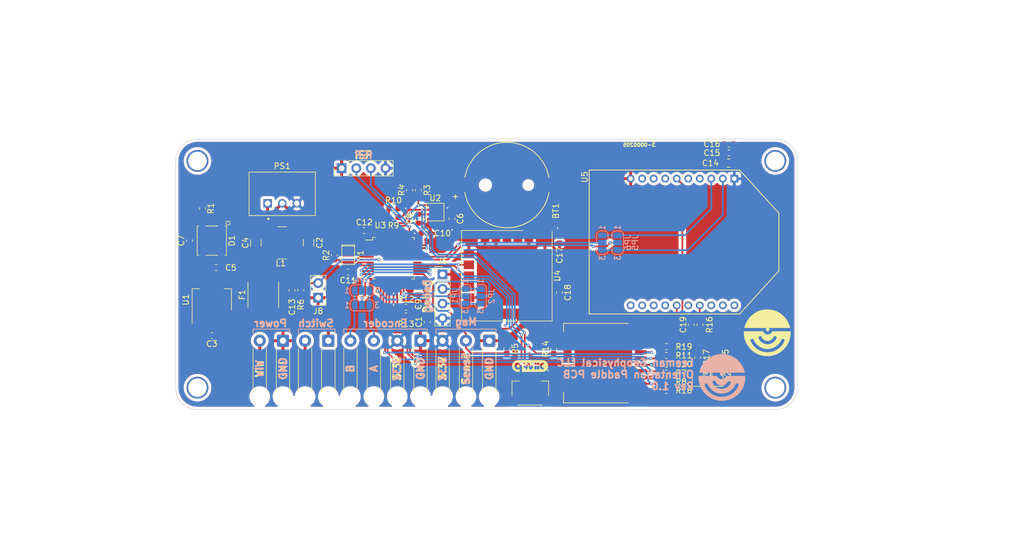
<source format=kicad_pcb>
(kicad_pcb (version 20211014) (generator pcbnew)
  (title_block (title "Orientation Paddle - NSSL EFM") (date "2024-03-22") (rev "1.0") (company "Leeman Geophysical LLC") (comment 1 "(479) 373-3736") (comment 2 "Gentry, AR 72734") (comment 3 "23830 West AR Highway 12"))
  (layers (0 "F.Cu" signal) (31 "B.Cu" signal) (34 "B.Paste" user) (35 "F.Paste" user) (36 "B.SilkS" user "B.Silkscreen") (37 "F.SilkS" user "F.Silkscreen") (38 "B.Mask" user) (39 "F.Mask" user) (44 "Edge.Cuts" user))
  (net 0 "")
  (net 1 "Net-(BT1-Pad1)")
  (net 2 "GND")
  (net 3 "+3V3")
  (net 4 "+BATT")
  (net 5 "Net-(C4-Pad1)")
  (net 6 "+5V")
  (net 7 "Reset")
  (net 8 "RESET")
  (net 9 "Net-(C19-Pad2)")
  (net 11 "Net-(D1-Pad4)")
  (net 12 "Net-(D2-Pad2)")
  (net 13 "Net-(F1-Pad1)")
  (net 14 "Encoder_A")
  (net 15 "Encoder_B")
  (net 16 "SDA")
  (net 17 "SCL")
  (net 18 "Mag_Sens")
  (net 19 "Net-(J4-Pad2)")
  (net 20 "UART3_TX")
  (net 21 "UART3_RX")
  (net 22 "SWCLK")
  (net 23 "SWDIO")
  (net 24 "Net-(J10-Pad1)")
  (net 25 "SD_CS")
  (net 26 "SPI_MOSI")
  (net 27 "SPI_SCK")
  (net 28 "SPI_MISO")
  (net 29 "Net-(J10-Pad8)")
  (net 30 "SD_CD")
  (net 31 "Net-(JP1-Pad2)")
  (net 32 "Net-(JP2-Pad2)")
  (net 33 "Net-(JP3-Pad2)")
  (net 34 "Net-(JP4-Pad2)")
  (net 35 "XBee_TX")
  (net 36 "Net-(JP5-Pad2)")
  (net 37 "XBee_RX")
  (net 38 "Net-(JP6-Pad2)")
  (net 39 "LED")
  (net 40 "Net-(R2-Pad1)")
  (net 41 "Net-(R2-Pad2)")
  (net 42 "Boot0")
  (net 43 "Boot1")
  (net 44 "Net-(R15-Pad1)")
  (net 45 "Net-(R16-Pad2)")
  (net 46 "Net-(R17-Pad1)")
  (net 51 "GPS_PPS")
  (net 52 "GPS_TX")
  (net 53 "GPS_RX")
  (net 82 "Net-(R17-Pad2)")
  (footprint "resistors_0603:1-0000010" (layer "F.Cu") (at 141.097 140.97 180)
    (fp_text reference "R7")
    (fp_text value "1-0000010")
  )
  (footprint "microcontrollers:1-0000207" (layer "F.Cu") (at 93.726 121.031)
    (fp_text reference "U3")
    (fp_text value "1-0000207")
  )
  (footprint "np_connectors:SolderWire_1x04_Relief" (layer "F.Cu") (at 92.275 133.747)
    (fp_text reference "J1" hide)
    (fp_text value "NP_Conn_01x04_Relief")
  )
  (footprint "misc:barepcb" (layer "F.Cu") (at 162.941 170.18)
    (fp_text reference "PCB1")
    (fp_text value "barepcb")
  )
  (footprint "resistors_0603:1-0000010" (layer "F.Cu") (at 98.044 109.22 -90)
    (fp_text reference "R3")
    (fp_text value "1-0000010")
  )
  (footprint "dc_dc_converters:1-0000727" (layer "F.Cu") (at 74.402 109.855)
    (fp_text reference "PS1")
    (fp_text value "1-0000727")
  )
  (footprint "resistors_0603:1-0000010" (layer "F.Cu") (at 141.097 137.922 180)
    (fp_text reference "R11")
    (fp_text value "1-0000010")
  )
  (footprint "leds_0805:1-0000599" (layer "F.Cu") (at 149.987 141.5795 90)
    (fp_text reference "D2")
    (fp_text value "1-0000599")
  )
  (footprint "np_connectors:SolderWire_1x02_Relief" (layer "F.Cu") (at 72.463 134.764)
    (fp_text reference "J4" hide)
    (fp_text value "NP_Conn_01x02_Relief")
  )
  (footprint "pcb_graphics:PCB Logo Standard" (layer "F.Cu") (at 158.623 133.985)
    (fp_text reference "G***" hide)
    (fp_text value "LOGO" hide)
  )
  (footprint "mechanical:MountingHole_imperial6" (layer "F.Cu") (at 160.02 104.14)
    (fp_text reference "H4" hide)
    (fp_text value "Imperial6")
  )
  (footprint "crystals_resonators:1-0000721" (layer "F.Cu") (at 85.852 120.523 -90)
    (fp_text reference "Y1")
    (fp_text value "1-0000721")
  )
  (footprint "resistors_0603:1-0000174" (layer "F.Cu") (at 93.726 112.395)
    (fp_text reference "R10")
    (fp_text value "1-0000174")
  )
  (footprint "np_connectors:SolderWire_1x03_Relief" (layer "F.Cu") (at 104.211 133.747)
    (fp_text reference "J3" hide)
    (fp_text value "NP_Conn_01x03_Relief")
  )
  (footprint "resistors_0603:1-0000008" (layer "F.Cu") (at 149.987 138.2775 -90)
    (fp_text reference "R15")
    (fp_text value "1-0000008")
  )
  (footprint "capacitors_0603:1-0000007" (layer "F.Cu") (at 122.555 117.602 -90)
    (fp_text reference "C17")
    (fp_text value "1-0000007")
  )
  (footprint "mechanical:MountingHole_imperial6" (layer "F.Cu") (at 59.69 143.51)
    (fp_text reference "H1" hide)
    (fp_text value "Imperial6")
  )
  (footprint "resistors_0603:1-0000174" (layer "F.Cu") (at 141.097 144.018 180)
    (fp_text reference "R18")
    (fp_text value "1-0000174")
  )
  (footprint "resistors_0603:1-0000006" (layer "F.Cu") (at 146.939 132.588 90)
    (fp_text reference "R16")
    (fp_text value "1-0000006")
  )
  (footprint "connectors:1-0000050" (layer "F.Cu") (at 143.944 118.237 -90)
    (fp_text reference "J9" hide)
    (fp_text value "1-0000050" hide)
  )
  (footprint "lib_fp:5mm qwiic logo" (layer "F.Cu") (at 117.475 139.7)
    (fp_text reference "G***" hide)
    (fp_text value "QWIIC" hide)
  )
  (footprint "resistors_0603:1-0000006" (layer "F.Cu") (at 95.885 129.54 180)
    (fp_text reference "R12")
    (fp_text value "1-0000006")
  )
  (footprint "np_connectors:PinHeader_1x04_P2.54mm_Vertical" (layer "F.Cu") (at 84.719 105.41 90)
    (fp_text reference "J7" hide)
    (fp_text value "NP_Conn_01x04")
  )
  (footprint "leds_0805:1-0000601" (layer "F.Cu") (at 146.558 141.5795 90)
    (fp_text reference "D3")
    (fp_text value "1-0000601")
  )
  (footprint "fuses:1-0001517" (layer "F.Cu") (at 71.12 127.381 90)
    (fp_text reference "F1")
    (fp_text value "1-0001517")
  )
  (footprint "capacitors_0603:1-0000007" (layer "F.Cu") (at 98.044 126.619 -90)
    (fp_text reference "C9")
    (fp_text value "1-0000007")
  )
  (footprint "resistors_0603:1-0000008" (layer "F.Cu") (at 146.558 138.2775 90)
    (fp_text reference "R17")
    (fp_text value "1-0000008")
  )
  (footprint "mechanical:Fiducial_1mm_Mask2mm" (layer "F.Cu") (at 66.04 102.87)
    (fp_text reference "FID2" hide)
    (fp_text value "Fiducial_1mm_2mm")
  )
  (footprint "capacitors_0805:1-0000075" (layer "F.Cu") (at 151.9405 104.521 180)
    (fp_text reference "C14")
    (fp_text value "1-0000075")
  )
  (footprint "capacitors_0603:1-0000007" (layer "F.Cu") (at 76.112 126.586 -90)
    (fp_text reference "C13")
    (fp_text value "1-0000007")
  )
  (footprint "capacitors_0603:1-0000007" (layer "F.Cu") (at 88.6205 116.2305 180)
    (fp_text reference "C12")
    (fp_text value "1-0000007")
  )
  (footprint "resistors_0603:1-0000679" (layer "F.Cu") (at 60.579 112.395 -90)
    (fp_text reference "R1")
    (fp_text value "1-0000679")
  )
  (footprint "resistors_0603:1-0000006" (layer "F.Cu") (at 93.726 113.919 180)
    (fp_text reference "R9")
    (fp_text value "1-0000006")
  )
  (footprint "resistors_0603:1-0000174" (layer "F.Cu") (at 95.885 131.064)
    (fp_text reference "R13")
    (fp_text value "1-0000174")
  )
  (footprint "resistors_0603:1-0000010" (layer "F.Cu") (at 77.636 126.586 90)
    (fp_text reference "R6")
    (fp_text value "1-0000010")
  )
  (footprint "capacitors_0603:1-0000018" (layer "F.Cu") (at 62.179 134.468 180)
    (fp_text reference "C3")
    (fp_text value "1-0000018")
  )
  (footprint "np_connectors:SolderWire_1x02_Relief" (layer "F.Cu") (at 80.337 134.764)
    (fp_text reference "J5" hide)
    (fp_text value "NP_Conn_01x02_Relief")
  )
  (footprint "resistors_0603:1-0000010" (layer "F.Cu") (at 121.539 136.779 -90)
    (fp_text reference "R14")
    (fp_text value "1-0000010")
  )
  (footprint "capacitors_0603:1-0000007" (layer "F.Cu") (at 145.415 132.588 -90)
    (fp_text reference "C19")
    (fp_text value "1-0000007")
  )
  (footprint "batteries:1-0000246" (layer "F.Cu") (at 113.411 108.331 -90)
    (fp_text reference "BT1")
    (fp_text value "1-0000246")
  )
  (footprint "resistors_0603:1-0000010" (layer "F.Cu") (at 96.52 109.22 -90)
    (fp_text reference "R4")
    (fp_text value "1-0000010")
  )
  (footprint "capacitors_0603:1-0000018" (layer "F.Cu") (at 58.293 117.983 90)
    (fp_text reference "C7")
    (fp_text value "1-0000018")
  )
  (footprint "capacitors_0603:1-0000019" (layer "F.Cu") (at 62.941 122.682)
    (fp_text reference "C5")
    (fp_text value "1-0000019")
  )
  (footprint "regulators:1-0001232" (layer "F.Cu") (at 62.179 128.245 90)
    (fp_text reference "U1")
    (fp_text value "1-0001232")
  )
  (footprint "capacitors_0603:1-0000007" (layer "F.Cu") (at 99.314 116.713)
    (fp_text reference "C10")
    (fp_text value "1-0000007")
  )
  (footprint "connectors:1-0001205" (layer "F.Cu") (at 117.475 144.272 180)
    (fp_text reference "J2" hide)
    (fp_text value "1-0001205")
  )
  (footprint "resistors_0603:1-0000010" (layer "F.Cu") (at 141.097 142.494 180)
    (fp_text reference "R8")
    (fp_text value "1-0000010")
  )
  (footprint "mechanical:MountingHole_imperial6" (layer "F.Cu") (at 160.02 143.51)
    (fp_text reference "H2" hide)
    (fp_text value "Imperial6")
  )
  (footprint "capacitors_0603:1-0000007" (layer "F.Cu") (at 99.568 132.1055 90)
    (fp_text reference "C1")
    (fp_text value "1-0000007")
  )
  (footprint "np_connectors:PinHeader_1x04_P2.54mm_Vertical" (layer "F.Cu") (at 102.235 123.835)
    (fp_text reference "J6")
    (fp_text value "NP_Conn_01x04")
  )
  (footprint "others:1-0000785" (layer "F.Cu") (at 152.904 118.219 -90)
    (fp_text reference "U5")
    (fp_text value "1-0000785" hide)
  )
  (footprint "capacitors_0603:1-0000007" (layer "F.Cu") (at 98.044 114.173 -90)
    (fp_text reference "C8")
    (fp_text value "1-0000007")
  )
  (footprint "capacitors_0603:1-0000018" (layer "F.Cu") (at 151.9405 102.743 180)
    (fp_text reference "C15")
    (fp_text value "1-0000018")
  )
  (footprint "capacitors_0603:1-0000007" (layer "F.Cu") (at 122.555 127 -90)
    (fp_text reference "C18")
    (fp_text value "1-0000007")
  )
  (footprint "sensors:1-0001471" (layer "F.Cu") (at 100.965 113.03 180)
    (fp_text reference "U2")
    (fp_text value "1-0001471" hide)
  )
  (footprint "capacitors_1206:1-0000136" (layer "F.Cu") (at 69.83 118.364 90)
    (fp_text reference "C4")
    (fp_text value "1-0000136")
  )
  (footprint "inductors:1-0000931" (layer "F.Cu") (at 74.402 118.364 180)
    (fp_text reference "L1")
    (fp_text value "1-0000931")
  )
  (footprint "capacitors_1206:1-0000136" (layer "F.Cu") (at 78.974 118.364 90)
    (fp_text reference "C2")
    (fp_text value "1-0000136")
  )
  (footprint "mechanical:Fiducial_1mm_Mask2mm" (layer "F.Cu") (at 153.67 144.78)
    (fp_text reference "FID1" hide)
    (fp_text value "Fiducial_1mm_2mm")
  )
  (footprint "mechanical:MountingHole_imperial6" (layer "F.Cu") (at 59.69 104.14)
    (fp_text reference "H3" hide)
    (fp_text value "Imperial6")
  )
  (footprint "others:1-0000446" (layer "F.Cu") (at 113.411 124.079 -90)
    (fp_text reference "U4")
    (fp_text value "1-0000446")
  )
  (footprint "capacitors_0603:1-0000007" (layer "F.Cu") (at 141.097 139.446 180)
    (fp_text reference "C20")
    (fp_text value "1-0000007")
  )
  (footprint "np_connectors:PinHeader_1x02_P2.54mm_Vertical" (layer "F.Cu") (at 80.645 127.894 180)
    (fp_text reference "J8")
    (fp_text value "NP_Conn_01x02")
  )
  (footprint "resistors_0603:1-0000010" (layer "F.Cu") (at 113.411 136.7535 -90)
    (fp_text reference "R5")
    (fp_text value "1-0000010")
  )
  (footprint "resistors_0603:1-0000009" (layer "F.Cu") (at 83.439 120.523 -90)
    (fp_text reference "R2")
    (fp_text value "1-0000009")
  )
  (footprint "leds_other:1-0000399" (layer "F.Cu") (at 62.179 117.983 90)
    (fp_text reference "D1")
    (fp_text value "1-0000399")
  )
  (footprint "resistors_0603:1-0000174" (layer "F.Cu") (at 141.097 136.398 180)
    (fp_text reference "R19")
    (fp_text value "1-0000174")
  )
  (footprint "capacitors_0603:1-0000007" (layer "F.Cu") (at 85.852 123.444 180)
    (fp_text reference "C11")
    (fp_text value "1-0000007")
  )
  (footprint "capacitors_0603:1-0000007" (layer "F.Cu") (at 103.886 114.173 -90)
    (fp_text reference "C6")
    (fp_text value "1-0000007")
  )
  (footprint "capacitors_0603:1-0000007" (layer "F.Cu") (at 151.9405 101.219 180)
    (fp_text reference "C16")
    (fp_text value "1-0000007")
  )
  (footprint "connectors:1-0000190" (layer "F.Cu") (at 130.302 139.446 90)
    (fp_text reference "J10" hide)
    (fp_text value "1-0000190" hide)
  )
  (footprint "Jumper:SolderJumper-3_P1.3mm_Open_RoundedPad1.0x1.5mm_NumberLabels" (layer "B.Cu") (at 88.23985 126.64415)
    (fp_text reference "JP4")
    (fp_text value "SolderJumper_3_Open")
  )
  (footprint "Jumper:SolderJumper-3_P1.3mm_Open_RoundedPad1.0x1.5mm_NumberLabels" (layer "B.Cu") (at 106.172 127.635 -90)
    (fp_text reference "JP1")
    (fp_text value "SolderJumper_3_Open")
  )
  (footprint "Jumper:SolderJumper-3_P1.3mm_Open_RoundedPad1.0x1.5mm_NumberLabels" (layer "B.Cu") (at 132.6515 118.334 -90)
    (fp_text reference "JP5")
    (fp_text value "SolderJumper_3_Open")
  )
  (footprint "Jumper:SolderJumper-3_P1.3mm_Open_RoundedPad1.0x1.5mm_NumberLabels" (layer "B.Cu") (at 88.23985 129.18415)
    (fp_text reference "JP3" hide)
    (fp_text value "SolderJumper_3_Open")
  )
  (footprint "Jumper:SolderJumper-3_P1.3mm_Open_RoundedPad1.0x1.5mm_NumberLabels" (layer "B.Cu") (at 129.9845 118.334 -90)
    (fp_text reference "JP6")
    (fp_text value "SolderJumper_3_Open")
  )
  (footprint "pcb_graphics:PCB Logo Standard" (layer "B.Cu") (at 150.749 141.732 180)
    (fp_text reference "G***" hide)
    (fp_text value "LOGO" hide)
  )
  (footprint "Jumper:SolderJumper-3_P1.3mm_Open_RoundedPad1.0x1.5mm_NumberLabels" (layer "B.Cu") (at 108.839 127.645 -90)
    (fp_text reference "JP2")
    (fp_text value "SolderJumper_3_Open")
  )
  (gr_line (start 85.09 134.112) (end 85.09 133.35) (layer "B.SilkS") (width 0.15))
  (gr_line (start 111.506 133.35) (end 111.506 134.112) (layer "B.SilkS") (width 0.15))
  (gr_line (start 69.342 133.35) (end 75.692 133.35) (layer "B.SilkS") (width 0.15))
  (gr_line (start 101.092 134.112) (end 101.092 133.35) (layer "B.SilkS") (width 0.15))
  (gr_line (start 75.692 133.35) (end 75.692 134.112) (layer "B.SilkS") (width 0.15))
  (gr_line (start 85.09 133.35) (end 99.568 133.35) (layer "B.SilkS") (width 0.15))
  (gr_line (start 101.092 133.35) (end 111.506 133.35) (layer "B.SilkS") (width 0.15))
  (gr_line (start 69.342 134.112) (end 69.342 133.35) (layer "B.SilkS") (width 0.15))
  (gr_line (start 77.216 133.35) (end 83.566 133.35) (layer "B.SilkS") (width 0.15))
  (gr_line (start 83.566 133.35) (end 83.566 134.112) (layer "B.SilkS") (width 0.15))
  (gr_line (start 77.216 134.112) (end 77.216 133.35) (layer "B.SilkS") (width 0.15))
  (gr_line (start 99.568 133.35) (end 99.568 134.112) (layer "B.SilkS") (width 0.15))
  (gr_arc (start 59.69 147.32) (mid 56.995923 146.204077) (end 55.88 143.51) (layer "Edge.Cuts") (width 0.1))
  (gr_line (start 55.88 104.14) (end 55.88 143.51) (layer "Edge.Cuts") (width 0.1))
  (gr_line (start 160.02 100.33) (end 59.69 100.33) (layer "Edge.Cuts") (width 0.1))
  (gr_arc (start 163.83 143.51) (mid 162.714077 146.204077) (end 160.02 147.32) (layer "Edge.Cuts") (width 0.1))
  (gr_arc (start 55.88 104.14) (mid 56.995923 101.445923) (end 59.69 100.33) (layer "Edge.Cuts") (width 0.1))
  (gr_arc (start 160.02 100.33) (mid 162.714077 101.445923) (end 163.83 104.14) (layer "Edge.Cuts") (width 0.1))
  (gr_line (start 59.69 147.32) (end 160.02 147.32) (layer "Edge.Cuts") (width 0.1))
  (gr_line (start 163.83 143.51) (end 163.83 104.14) (layer "Edge.Cuts") (width 0.1))
  (gr_text "Debug" (at 99.554373 127.622053 90) (layer "B.SilkS") (effects (font (size 1.27 1.27) (thickness 0.3175)) (justify mirror)))
  (gr_text "GND" (at 74.549 140.208 90) (layer "B.SilkS") (effects (font (size 1.27 1.27) (thickness 0.3175)) (justify mirror)))
  (gr_text "Leeman Geophysical LLC\nOrientation Paddle PCB\nRev 1.0" (at 146.05 141.224) (layer "B.SilkS") (effects (font (size 1.27 1.27) (thickness 0.3)) (justify left mirror)))
  (gr_text "GND" (at 110.363 140.208 90) (layer "B.SilkS") (effects (font (size 1.27 1.27) (thickness 0.3175)) (justify mirror)))
  (gr_text "B" (at 86.233 140.208 90) (layer "B.SilkS") (effects (font (size 1.27 1.27) (thickness 0.3175)) (justify mirror)))
  (gr_text "A" (at 90.297 140.208 90) (layer "B.SilkS") (effects (font (size 1.27 1.27) (thickness 0.3175)) (justify mirror)))
  (gr_text "Sense" (at 106.299 140.208 90) (layer "B.SilkS") (effects (font (size 1.27 1.27) (thickness 0.3175)) (justify mirror)))
  (gr_text "3.3V" (at 94.361 140.207999 90) (layer "B.SilkS") (effects (font (size 1.27 1.27) (thickness 0.3175)) (justify mirror)))
  (gr_text "Mag" (at 106.299 132.08) (layer "B.SilkS") (effects (font (size 1.27 1.27) (thickness 0.3175)) (justify mirror)))
  (gr_text "ISP" (at 88.519 103.124) (layer "B.SilkS") (effects (font (size 1.27 1.27) (thickness 0.3175)) (justify mirror)))
  (gr_text "Power" (at 72.39 132.334) (layer "B.SilkS") (effects (font (size 1.27 1.27) (thickness 0.3175)) (justify mirror)))
  (gr_text "Switch" (at 80.264 132.334) (layer "B.SilkS") (effects (font (size 1.27 1.27) (thickness 0.3175)) (justify mirror)))
  (gr_text "Encoder" (at 92.329 132.334) (layer "B.SilkS") (effects (font (size 1.27 1.27) (thickness 0.3175)) (justify mirror)))
  (gr_text "GND" (at 98.425 140.208 90) (layer "B.SilkS") (effects (font (size 1.27 1.27) (thickness 0.3175)) (justify mirror)))
  (gr_text "3.3V" (at 102.235 140.207999 90) (layer "B.SilkS") (effects (font (size 1.27 1.27) (thickness 0.3175)) (justify mirror)))
  (gr_text "Vin" (at 70.485 140.207999 90) (layer "B.SilkS") (effects (font (size 1.27 1.27) (thickness 0.3175)) (justify mirror)))
  (gr_text "3.3V" (at 102.235 140.208001 90) (layer "F.SilkS") (effects (font (size 1.27 1.27) (thickness 0.3175))))
  (gr_text "3-0000205" (at 136.398 101.346) (layer "F.SilkS") (effects (font (size 0.635 0.635) (thickness 0.15875)) (justify mirror)))
  (gr_text "Debug" (at 99.555495 127.635 90) (layer "F.SilkS") (effects (font (size 1.27 1.27) (thickness 0.3175))))
  (gr_text "B" (at 86.233 140.208 90) (layer "F.SilkS") (effects (font (size 1.27 1.27) (thickness 0.3175))))
  (gr_text "GND" (at 110.363 140.208 90) (layer "F.SilkS") (effects (font (size 1.27 1.27) (thickness 0.3175))))
  (gr_text "Sense" (at 106.299 140.208 90) (layer "F.SilkS") (effects (font (size 1.27 1.27) (thickness 0.3175))))
  (gr_text "GND" (at 98.425 140.208 90) (layer "F.SilkS") (effects (font (size 1.27 1.27) (thickness 0.3175))))
  (gr_text "A" (at 90.297 140.208 90) (layer "F.SilkS") (effects (font (size 1.27 1.27) (thickness 0.3175))))
  (gr_text "ISP" (at 88.519 103.124) (layer "F.SilkS") (effects (font (size 1.27 1.27) (thickness 0.3175))))
  (gr_text "Vin" (at 70.485 140.208001 90) (layer "F.SilkS") (effects (font (size 1.27 1.27) (thickness 0.3175))))
  (gr_text "GND" (at 74.549 140.208 90) (layer "F.SilkS") (effects (font (size 1.27 1.27) (thickness 0.3175))))
  (gr_text "3.3V" (at 94.361 140.208001 90) (layer "F.SilkS") (effects (font (size 1.27 1.27) (thickness 0.3175))))
  (segment (start 106.9975 113.538) (end 112.268 113.538) (width 0.3048) (layer "F.Cu") (net 1))
  (segment (start 105.436 108.331) (end 105.436 111.9765) (width 0.3048) (layer "F.Cu") (net 1))
  (segment (start 112.268 113.538) (end 113.411 114.681) (width 0.3048) (layer "F.Cu") (net 1))
  (segment (start 105.436 111.9765) (end 106.9975 113.538) (width 0.3048) (layer "F.Cu") (net 1))
  (segment (start 113.411 114.681) (end 113.411 117.479) (width 0.3048) (layer "F.Cu") (net 1))
  (segment (start 85.852 120.523) (end 82.55 120.523) (width 0.3048) (layer "F.Cu") (net 2))
  (segment (start 95.976 125.1935) (end 95.976 126.583) (width 0.3048) (layer "F.Cu") (net 2))
  (segment (start 89.5635 121.781) (end 87.572711 121.781) (width 0.3048) (layer "F.Cu") (net 2))
  (segment (start 97.8885 118.781) (end 99.278 118.781) (width 0.3048) (layer "F.Cu") (net 2))
  (segment (start 102.165 113.43) (end 103.8415 113.43) (width 0.3048) (layer "F.Cu") (net 2))
  (segment (start 103.8415 113.43) (end 103.886 113.3855) (width 0.3048) (layer "F.Cu") (net 2))
  (segment (start 85.0645 122.7075) (end 85.0645 123.444) (width 0.3048) (layer "F.Cu") (net 2))
  (segment (start 99.278 118.781) (end 100.1015 117.9575) (width 0.3048) (layer "F.Cu") (net 2))
  (segment (start 91.476 115.606) (end 90.932 115.062) (width 0.3048) (layer "F.Cu") (net 2))
  (segment (start 91.476 116.8685) (end 91.476 115.606) (width 0.3048) (layer "F.Cu") (net 2))
  (segment (start 87.572711 121.781) (end 86.986245 122.367466) (width 0.3048) (layer "F.Cu") (net 2))
  (segment (start 85.404534 122.367466) (end 85.0645 122.7075) (width 0.3048) (layer "F.Cu") (net 2))
  (segment (start 86.986245 122.367466) (end 85.404534 122.367466) (width 0.3048) (layer "F.Cu") (net 2))
  (segment (start 100.1015 117.9575) (end 100.1015 116.713) (width 0.3048) (layer "F.Cu") (net 2))
  (segment (start 96.7995 127.4065) (end 98.044 127.4065) (width 0.3048) (layer "F.Cu") (net 2))
  (segment (start 95.976 126.583) (end 96.7995 127.4065) (width 0.3048) (layer "F.Cu") (net 2))
  (segment (start 122.555 126.2125) (end 120.2445 126.2125) (width 0.3048) (layer "F.Cu") (net 3))
  (segment (start 140.3605 139.446) (end 141.8845 137.922) (width 0.3048) (layer "F.Cu") (net 3))
  (segment (start 77.636 127.3735) (end 77.636 128.866) (width 0.3048) (layer "F.Cu") (net 3))
  (segment (start 152.878 102.893) (end 152.728 102.743) (width 0.3048) (layer "F.Cu") (net 3))
  (segment (start 93.726 129.159) (end 93.726 127.127) (width 0.3048) (layer "F.Cu") (net 3))
  (segment (start 95.123 113.919) (end 95.5548 113.4872) (width 0.3048) (layer "F.Cu") (net 3))
  (segment (start 90.0685 116.2305) (end 90.7065 116.8685) (width 0.3048) (layer "F.Cu") (net 3))
  (segment (start 89.408 116.2305) (end 89.408 115.062) (width 0.3048) (layer "F.Cu") (net 3))
  (segment (start 113.411 135.966) (end 114.757 135.966) (width 0.3048) (layer "F.Cu") (net 3))
  (segment (start 138.457 139.546) (end 136.652 139.546) (width 0.3048) (layer "F.Cu") (net 3))
  (segment (start 141.8845 136.398) (end 141.8845 137.922) (width 0.3048) (layer "F.Cu") (net 3))
  (segment (start 120.2945 135.9915) (end 120.269 136.017) (width 0.3048) (layer "F.Cu") (net 3))
  (segment (start 90.7065 116.8685) (end 90.976 116.8685) (width 0.3048) (layer "F.Cu") (net 3))
  (segment (start 98.044 125.8315) (end 99.4155 125.8315) (width 0.3048) (layer "F.Cu") (net 3))
  (segment (start 98.5265 116.713) (end 98.5265 117.3735) (width 0.3048) (layer "F.Cu") (net 3))
  (segment (start 115.951 115.443) (end 121.8565 115.443) (width 0.3048) (layer "F.Cu") (net 3))
  (segment (start 102.165 114.23) (end 102.927 114.23) (width 0.3048) (layer "F.Cu") (net 3))
  (segment (start 138.457 139.546) (end 140.2095 139.546) (width 0.3048) (layer "F.Cu") (net 3))
  (segment (start 99.781 132.893) (end 102.247 135.359) (width 0.3048) (layer "F.Cu") (net 3))
  (segment (start 102.762 112.63) (end 103.124 112.268) (width 0.3048) (layer "F.Cu") (net 3))
  (segment (start 98.5265 117.3735) (end 97.8885 118.0115) (width 0.3048) (layer "F.Cu") (net 3))
  (segment (start 140.3095 139.446) (end 140.3605 139.446) (width 0.3048) (layer "F.Cu") (net 3))
  (segment (start 86.6395 123.444) (end 86.6395 123.4185) (width 0.3048) (layer "F.Cu") (net 3))
  (segment (start 116.975 140.597) (end 116.586 140.208) (width 0.3048) (layer "F.Cu") (net 3))
  (segment (start 99.568 132.893) (end 99.781 132.893) (width 0.3048) (layer "F.Cu") (net 3))
  (segment (start 95.5548 112.697644) (end 95.871222 112.381222) (width 0.3048) (layer "F.Cu") (net 3))
  (segment (start 102.927 114.23) (end 103.1555 114.23) (width 0.3048) (layer "F.Cu") (net 3))
  (segment (start 87.777 122.281) (end 89.5635 122.281) (width 0.3048) (layer "F.Cu") (net 3))
  (segment (start 115.311 117.479) (end 115.311 116.083) (width 0.3048) (layer "F.Cu") (net 3))
  (segment (start 121.8565 115.443) (end 122.20575 115.79225) (width 0.3048) (layer "F.Cu") (net 3))
  (segment (start 141.8845 142.494) (end 141.8845 144.018) (width 0.3048) (layer "F.Cu") (net 3))
  (segment (start 122.555 126.2125) (end 122.555 124.841) (width 0.3048) (layer "F.Cu") (net 3))
  (segment (start 89.5635 117.6305) (end 89.5635 118.281) (width 0.3048) (layer "F.Cu") (net 3))
  (segment (start 141.8845 140.97) (end 141.8845 142.494) (width 0.3048) (layer "F.Cu") (net 3))
  (segment (start 98.044 113.3855) (end 97.8155 113.3855) (width 0.3048) (layer "F.Cu") (net 3))
  (segment (start 86.6395 123.444) (end 86.6395 124.6885) (width 0.3048) (layer "F.Cu") (net 3))
  (segment (start 98.044 108.4325) (end 96.52 108.4325) (width 0.3048) (layer "F.Cu") (net 3))
  (segment (start 116.975 141.972) (end 116.975 140.597) (width 0.3048) (layer "F.Cu") (net 3))
  (segment (start 114.757 135.966) (end 114.808 136.017) (width 0.3048) (layer "F.Cu") (net 3))
  (segment (start 94.5135 113.919) (end 95.123 113.919) (width 0.3048) (layer "F.Cu") (net 3))
  (segment (start 95.5548 113.4872) (end 95.5548 112.697644) (width 0.3048) (layer "F.Cu") (net 3))
  (segment (start 99.4155 125.8315) (end 99.441 125.857) (width 0.3048) (layer "F.Cu") (net 3))
  (segment (start 103.1555 114.23) (end 103.886 114.9605) (width 0.3048) (layer "F.Cu") (net 3))
  (segment (start 152.878 104.521) (end 152.878 107.193) (width 0.3048) (layer "F.Cu") (net 3))
  (segment (start 97.406 125.1935) (end 98.044 125.8315) (width 0.3048) (layer "F.Cu") (net 3))
  (segment (start 152.878 104.521) (end 152.878 102.893) (width 0.3048) (layer "F.Cu") (net 3))
  (segment (start 77.636 128.866) (end 77.597 128.905) (width 0.3048) (layer "F.Cu") (net 3))
  (segment (start 89.408 116.2305) (end 89.408 117.475) (width 0.3048) (layer "F.Cu") (net 3))
  (segment (start 152.878 107.193) (end 152.904 107.219) (width 0.3048) (layer "F.Cu") (net 3))
  (segment (start 122.20575 115.79225) (end 122.555 116.1415) (width 0.3048) (layer "F.Cu") (net 3))
  (segment (start 96.52 108.4325) (end 94.9705 108.4325) (width 0.3048) (layer "F.Cu") (net 3))
  (segment (start 89.408 116.2305) (end 90.0685 116.2305) (width 0.3048) (layer "F.Cu") (net 3))
  (segment (start 96.476 125.1935) (end 97.406 125.1935) (width 0.3048) (layer "F.Cu") (net 3))
  (segment (start 140.2095 139.546) (end 140.3095 139.446) (width 0.3048) (layer "F.Cu") (net 3))
  (segment (start 115.311 116.083) (end 115.951 115.443) (width 0.3048) (layer "F.Cu") (net 3))
  (segment (start 86.6395 123.4185) (end 87.777 122.281) (width 0.3048) (layer "F.Cu") (net 3))
  (segment (start 89.408 117.475) (end 89.5635 117.6305) (width 0.3048) (layer "F.Cu") (net 3))
  (segment (start 98.5265 116.713) (end 97.409 116.713) (width 0.3048) (layer "F.Cu") (net 3))
  (segment (start 96.6725 129.54) (end 98.044 129.54) (width 0.3048) (layer "F.Cu") (net 3))
  (segment (start 152.728 102.743) (end 152.728 101.219) (width 0.3048) (layer "F.Cu") (net 3))
  (segment (start 99.765 113.43) (end 98.0885 113.43) (width 0.3048) (layer "F.Cu") (net 3))
  (segment (start 122.555 116.1415) (end 122.555 116.8145) (width 0.3048) (layer "F.Cu") (net 3))
  (segment (start 94.9705 108.4325) (end 94.869 108.331) (width 0.3048) (layer "F.Cu") (net 3))
  (segment (start 102.165 112.63) (end 102.762 112.63) (width 0.3048) (layer "F.Cu") (net 3))
  (segment (start 86.6395 124.6885) (end 86.614 124.714) (width 0.3048) (layer "F.Cu") (net 3))
  (segment (start 97.8155 113.3855) (end 97.028 114.173) (width 0.3048) (layer "F.Cu") (net 3))
  (segment (start 140.3605 139.446) (end 141.8845 140.97) (width 0.3048) (layer "F.Cu") (net 3))
  (segment (start 120.2445 126.2125) (end 120.011 125.979) (width 0.3048) (layer "F.Cu") (net 3))
  (segment (start 103.886 114.9605) (end 103.886 116.078) (width 0.3048) (layer "F.Cu") (net 3))
  (segment (start 97.8885 118.0115) (end 97.8885 118.281) (width 0.3048) (layer "F.Cu") (net 3))
  (segment (start 121.539 135.9915) (end 120.2945 135.9915) (width 0.3048) (layer "F.Cu") (net 3))
  (via (at 89.408 115.062) (size 0.508) (drill 0.254) (layers "F.Cu" "B.Cu") (net 3))
  (via (at 138.457 139.546) (size 0.508) (drill 0.254) (layers "F.Cu" "B.Cu") (net 3))
  (via (at 98.044 129.54) (size 0.508) (drill 0.254) (layers "F.Cu" "B.Cu") (net 3))
  (via (at 116.586 140.208) (size 0.508) (drill 0.254) (layers "F.Cu" "B.Cu") (net 3))
  (via (at 114.808 136.017) (size 0.508) (drill 0.254) (layers "F.Cu" "B.Cu") (net 3))
  (via (at 77.597 128.905) (size 0.508) (drill 0.254) (layers "F.Cu" "B.Cu") (net 3))
  (via (at 95.871222 112.381222) (size 0.508) (drill 0.254) (layers "F.Cu" "B.Cu") (net 3))
  (via (at 122.555 124.841) (size 0.508) (drill 0.254) (layers "F.Cu" "B.Cu") (net 3))
  (via (at 97.409 116.713) (size 0.508) (drill 0.254) (layers "F.Cu" "B.Cu") (net 3))
  (via (at 86.614 124.714) (size 0.508) (drill 0.254) (layers "F.Cu" "B.Cu") (net 3))
  (via (at 120.269 136.017) (size 0.508) (drill 0.254) (layers "F.Cu" "B.Cu") (net 3))
  (via (at 97.028 114.173) (size 0.508) (drill 0.254) (layers "F.Cu" "B.Cu") (net 3))
  (via (at 122.20575 115.79225) (size 0.508) (drill 0.254) (layers "F.Cu" "B.Cu") (net 3))
  (via (at 103.124 112.268) (size 0.508) (drill 0.254) (layers "F.Cu" "B.Cu") (net 3))
  (via (at 99.441 125.857) (size 0.508) (drill 0.254) (layers "F.Cu" "B.Cu") (net 3))
  (via (at 94.869 108.331) (size 0.508) (drill 0.254) (layers "F.Cu" "B.Cu") (net 3))
  (via (at 103.886 116.078) (size 0.508) (drill 0.254) (layers "F.Cu" "B.Cu") (net 3))
  (via (at 93.726 127.127) (size 0.508) (drill 0.254) (layers "F.Cu" "B.Cu") (net 3))
  (via (at 93.726 129.159) (size 0.508) (drill 0.254) (layers "F.Cu" "B.Cu") (net 3))
  (segment (start 96.52 114.173) (end 95.871222 113.524222) (width 0.3048) (layer "B.Cu") (net 3))
  (segment (start 95.871222 113.524222) (end 95.871222 112.381222) (width 0.3048) (layer "B.Cu") (net 3))
  (segment (start 97.028 114.173) (end 96.52 114.173) (width 0.3048) (layer "B.Cu") (net 3))
  (segment (start 64.479 131.395) (end 64.479 133.844) (width 0.508) (layer "F.Cu") (net 4))
  (segment (start 71.12 123.9935) (end 71.12 125.984) (width 0.508) (layer "F.Cu") (net 4))
  (segment (start 64.479 128.434) (end 64.479 131.395) (width 0.508) (layer "F.Cu") (net 4))
  (segment (start 69.723 127.381) (end 65.532 127.381) (width 0.508) (layer "F.Cu") (net 4))
  (segment (start 65.532 127.381) (end 64.479 128.434) (width 0.508) (layer "F.Cu") (net 4))
  (segment (start 76.327 122.809) (end 75.1425 123.9935) (width 0.508) (layer "F.Cu") (net 4))
  (segment (start 75.1425 123.9935) (end 71.12 123.9935) (width 0.508) (layer "F.Cu") (net 4))
  (segment (start 76.327 118.364) (end 76.327 122.809) (width 0.508) (layer "F.Cu") (net 4))
  (segment (start 78.974 118.725) (end 78.974 119.764) (width 0.508) (layer "F.Cu") (net 4))
  (segment (start 71.12 125.984) (end 69.723 127.381) (width 0.508) (layer "F.Cu") (net 4))
  (segment (start 76.327 118.364) (end 78.613 118.364) (width 0.508) (layer "F.Cu") (net 4))
  (segment (start 63.83 134.493) (end 62.9915 134.493) (width 0.508) (layer "F.Cu") (net 4))
  (segment (start 78.613 118.364) (end 78.974 118.725) (width 0.508) (layer "F.Cu") (net 4))
  (segment (start 62.9915 134.493) (end 62.9665 134.468) (width 0.508) (layer "F.Cu") (net 4))
  (segment (start 64.479 133.844) (end 63.83 134.493) (width 0.508) (layer "F.Cu") (net 4))
  (segment (start 69.83 118.765) (end 69.83 119.764) (width 0.508) (layer "F.Cu") (net 5))
  (segment (start 71.862 113.264) (end 71.862 111.505) (width 0.508) (layer "F.Cu") (net 5))
  (segment (start 70.231 118.364) (end 69.83 118.765) (width 0.508) (layer "F.Cu") (net 5))
  (segment (start 72.477 113.879) (end 71.862 113.264) (width 0.508) (layer "F.Cu") (net 5))
  (segment (start 72.477 118.364) (end 72.477 113.879) (width 0.508) (layer "F.Cu") (net 5))
  (segment (start 72.477 118.364) (end 70.231 118.364) (width 0.508) (layer "F.Cu") (net 5))
  (segment (start 59.041 120.433) (end 58.293 119.685) (width 0.508) (layer "F.Cu") (net 6))
  (segment (start 62.179 122.7075) (end 62.1535 122.682) (width 0.508) (layer "F.Cu") (net 6))
  (segment (start 61.163 122.682) (end 62.1535 122.682) (width 0.508) (layer "F.Cu") (net 6))
  (segment (start 60.579 120.433) (end 60.579 122.098) (width 0.508) (layer "F.Cu") (net 6))
  (segment (start 58.293 119.685) (end 58.293 118.7705) (width 0.508) (layer "F.Cu") (net 6))
  (segment (start 60.579 122.098) (end 61.163 122.682) (width 0.508) (layer "F.Cu") (net 6))
  (segment (start 62.179 125.095) (end 62.179 131.395) (width 0.508) (layer "F.Cu") (net 6))
  (segment (start 60.579 120.433) (end 59.041 120.433) (width 0.508) (layer "F.Cu") (net 6))
  (segment (start 62.179 125.095) (end 62.179 122.7075) (width 0.508) (layer "F.Cu") (net 6))
  (segment (start 79.249 125.354) (end 80.645 125.354) (width 0.3048) (layer "F.Cu") (net 7))
  (segment (start 78.8045 125.7985) (end 79.249 125.354) (width 0.3048) (layer "F.Cu") (net 7))
  (segment (start 89.5635 121.281) (end 91.182 121.281) (width 0.3048) (layer "F.Cu") (net 7))
  (segment (start 91.182 121.281) (end 91.186 121.285) (width 0.3048) (layer "F.Cu") (net 7))
  (segment (start 76.112 125.7985) (end 77.636 125.7985) (width 0.3048) (layer "F.Cu") (net 7))
  (segment (start 77.636 125.7985) (end 78.8045 125.7985) (width 0.3048) (layer "F.Cu") (net 7))
  (via (at 91.186 121.285) (size 0.508) (drill 0.254) (layers "F.Cu" "B.Cu") (net 7))
  (segment (start 84.714 121.285) (end 80.645 125.354) (width 0.3048) (layer "B.Cu") (net 7))
  (segment (start 91.186 121.285) (end 84.714 121.285) (width 0.3048) (layer "B.Cu") (net 7))
  (segment (start 146.939 133.3755) (end 145.415 133.3755) (width 0.3048) (layer "F.Cu") (net 9))
  (segment (start 60.579 115.533) (end 60.579 113.1825) (width 0.508) (layer "F.Cu") (net 11))
  (segment (start 149.987 140.642) (end 149.987 139.065) (width 0.3048) (layer "F.Cu") (net 12))
  (segment (start 80.4765 130.7685) (end 71.12 130.7685) (width 0.508) (layer "F.Cu") (net 13))
  (segment (start 82.409 132.701) (end 80.4765 130.7685) (width 0.508) (layer "F.Cu") (net 13))
  (segment (start 82.409 135.36) (end 82.409 132.701) (width 0.508) (layer "F.Cu") (net 13))
  (segment (start 89.53985 126.64415) (end 89.53985 129.18415) (width 0.3048) (layer "B.Cu") (net 14))
  (segment (start 90.311 133.618) (end 90.311 135.359) (width 0.3048) (layer "B.Cu") (net 14))
  (segment (start 89.53985 129.18415) (end 89.53985 132.84685) (width 0.3048) (layer "B.Cu") (net 14))
  (segment (start 89.53985 132.84685) (end 90.311 133.618) (width 0.3048) (layer "B.Cu") (net 14))
  (segment (start 86.247 133.59) (end 86.93985 132.89715) (width 0.3048) (layer "B.Cu") (net 15))
  (segment (start 86.93985 126.64415) (end 86.93985 129.18415) (width 0.3048) (layer "B.Cu") (net 15))
  (segment (start 86.93985 132.89715) (end 86.93985 129.18415) (width 0.3048) (layer "B.Cu") (net 15))
  (segment (start 86.247 135.359) (end 86.247 133.59) (width 0.3048) (layer "B.Cu") (net 15))
  (segment (start 99.765 112.63) (end 96.412 112.63) (width 0.3048) (layer "F.Cu") (net 16))
  (segment (start 115.951 138.7475) (end 117.975 140.7715) (width 0.3048) (layer "F.Cu") (net 16))
  (segment (start 96.52 110.0075) (end 96.52 112.522) (width 0.3048) (layer "F.Cu") (net 16))
  (segment (start 96.012 113.03) (end 96.012 114.427) (width 0.3048) (layer "F.Cu") (net 16))
  (segment (start 93.98 114.935) (end 93.476 115.439) (width 0.3048) (layer "F.Cu") (net 16))
  (segment (start 96.412 112.63) (end 96.012 113.03) (width 0.3048) (layer "F.Cu") (net 16))
  (segment (start 117.975 140.7715) (end 117.975 141.972) (width 0.3048) (layer "F.Cu") (net 16))
  (segment (start 93.476 115.439) (end 93.476 116.8685) (width 0.3048) (layer "F.Cu") (net 16))
  (segment (start 96.52 112.522) (end 96.412 112.63) (width 0.3048) (layer "F.Cu") (net 16))
  (segment (start 95.504 114.935) (end 93.98 114.935) (width 0.3048) (layer "F.Cu") (net 16))
  (segment (start 115.951 134.366) (end 115.951 138.7475) (width 0.3048) (layer "F.Cu") (net 16))
  (segment (start 96.012 114.427) (end 95.504 114.935) (width 0.3048) (layer "F.Cu") (net 16))
  (via (at 98.679 112.649) (size 0.508) (drill 0.254) (layers "F.Cu" "B.Cu") (net 16))
  (via (at 115.951 134.366) (size 0.508) (drill 0.254) (layers "F.Cu" "B.Cu") (net 16))
  (segment (start 114.325399 127.498665) (end 114.3254 132.7404) (width 0.3048) (layer "B.Cu") (net 16))
  (segment (start 98.679 115.685422) (end 100.019042 117.025464) (width 0.3048) (layer "B.Cu") (net 16))
  (segment (start 107.679934 120.8532) (end 114.325399 127.498665) (width 0.3048) (layer "B.Cu") (net 16))
  (segment (start 100.019042 119.577042) (end 101.2952 120.8532) (width 0.3048) (layer "B.Cu") (net 16))
  (segment (start 98.679 112.649) (end 98.679 115.685422) (width 0.3048) (layer "B.Cu") (net 16))
  (segment (start 114.3254 132.7404) (end 115.951 134.366) (width 0.3048) (layer "B.Cu") (net 16))
  (segment (start 101.2952 120.8532) (end 107.679934 120.8532) (width 0.3048) (layer "B.Cu") (net 16))
  (segment (start 100.019042 117.025464) (end 100.019042 119.577042) (width 0.3048) (layer "B.Cu") (net 16))
  (segment (start 96.4692 113.3661) (end 96.469199 114.616379) (width 0.3048) (layer "F.Cu") (net 17))
  (segment (start 94.169378 115.3922) (end 93.976 115.585578) (width 0.3048) (layer "F.Cu") (net 17))
  (segment (start 116.5098 138.6332) (end 116.5098 134.000936) (width 0.3048) (layer "F.Cu") (net 17))
  (segment (start 99.765 111.83) (end 98.044 111.83) (width 0.3048) (layer "F.Cu") (net 17))
  (segment (start 116.5098 134.000936) (end 116.478922 133.970058) (width 0.3048) (layer "F.Cu") (net 17))
  (segment (start 118.058078 140.208) (end 116.496539 138.646461) (width 0.3048) (layer "F.Cu") (net 17))
  (segment (start 118.975 140.438) (end 118.745 140.208) (width 0.3048) (layer "F.Cu") (net 17))
  (segment (start 95.693378 115.3922) (end 94.169378 115.3922) (width 0.3048) (layer "F.Cu") (net 17))
  (segment (start 96.469199 114.616379) (end 95.693378 115.3922) (width 0.3048) (layer "F.Cu") (net 17))
  (segment (start 116.496539 138.646461) (end 116.5098 138.6332) (width 0.3048) (layer "F.Cu") (net 17))
  (segment (start 96.647 113.1883) (end 96.4692 113.3661) (width 0.3048) (layer "F.Cu") (net 17))
  (segment (start 118.975 141.972) (end 118.975 140.438) (width 0.3048) (layer "F.Cu") (net 17))
  (segment (start 98.044 111.83) (end 98.044 110.0075) (width 0.3048) (layer "F.Cu") (net 17))
  (segment (start 93.976 115.585578) (end 93.976 116.8685) (width 0.3048) (layer "F.Cu") (net 17))
  (segment (start 118.745 140.208) (end 118.058078 140.208) (width 0.3048) (layer "F.Cu") (net 17))
  (via (at 96.647 113.1883) (size 0.508) (drill 0.254) (layers "F.Cu" "B.Cu") (net 17))
  (via (at 116.478922 133.970058) (size 0.508) (drill 0.254) (layers "F.Cu" "B.Cu") (net 17))
  (via (at 98.044 111.83) (size 0.508) (drill 0.254) (layers "F.Cu" "B.Cu") (net 17))
  (segment (start 98.0053 111.83) (end 96.647 113.1883) (width 0.3048) (layer "B.Cu") (net 17))
  (segment (start 107.869312 120.396) (end 101.484578 120.396) (width 0.3048) (layer "B.Cu") (net 17))
  (segment (start 100.476242 116.836086) (end 99.1362 115.496044) (width 0.3048) (layer "B.Cu") (net 17))
  (segment (start 100.476242 119.387664) (end 100.476242 116.836086) (width 0.3048) (layer "B.Cu") (net 17))
  (segment (start 98.749 111.83) (end 98.044 111.83) (width 0.3048) (layer "B.Cu") (net 17))
  (segment (start 99.1362 113.03) (end 99.2378 112.9284) (width 0.3048) (layer "B.Cu") (net 17))
  (segment (start 116.478922 133.970058) (end 114.7826 132.273736) (width 0.3048) (layer "B.Cu") (net 17))
  (segment (start 99.2378 112.9284) (end 99.2378 112.3188) (width 0.3048) (layer "B.Cu") (net 17))
  (segment (start 99.2378 112.3188) (end 98.749 111.83) (width 0.3048) (layer "B.Cu") (net 17))
  (segment (start 99.1362 115.496044) (end 99.1362 113.03) (width 0.3048) (layer "B.Cu") (net 17))
  (segment (start 101.484578 120.396) (end 100.476242 119.387664) (width 0.3048) (layer "B.Cu") (net 17))
  (segment (start 114.782599 127.309287) (end 107.869312 120.396) (width 0.3048) (layer "B.Cu") (net 17))
  (segment (start 98.044 111.83) (end 98.0053 111.83) (width 0.3048) (layer "B.Cu") (net 17))
  (segment (start 114.7826 132.273736) (end 114.782599 127.309287) (width 0.3048) (layer "B.Cu") (net 17))
  (segment (start 106.311 134.124) (end 106.311 135.359) (width 0.3048) (layer "F.Cu") (net 18))
  (segment (start 100.584 132.461) (end 101.854 133.731) (width 0.3048) (layer "F.Cu") (net 18))
  (segment (start 106.311 135.359) (end 106.311 136.664) (width 0.3048) (layer "F.Cu") (net 18))
  (segment (start 105.918 133.731) (end 106.311 134.124) (width 0.3048) (layer "F.Cu") (net 18))
  (segment (start 107.188 137.541) (end 113.411 137.541) (width 0.3048) (layer "F.Cu") (net 18))
  (segment (start 98.889 123.781) (end 100.584 125.476) (width 0.3048) (layer "F.Cu") (net 18))
  (segment (start 100.584 125.476) (end 100.584 132.461) (width 0.3048) (layer "F.Cu") (net 18))
  (segment (start 101.854 133.731) (end 105.918 133.731) (width 0.3048) (layer "F.Cu") (net 18))
  (segment (start 97.8885 123.781) (end 98.889 123.781) (width 0.3048) (layer "F.Cu") (net 18))
  (segment (start 106.311 136.664) (end 107.188 137.541) (width 0.3048) (layer "F.Cu") (net 18))
  (segment (start 78.373 137.273) (end 78.373 135.36) (width 0.508) (layer "F.Cu") (net 19))
  (segment (start 70.499 137.301) (end 71.374 138.176) (width 0.508) (layer "F.Cu") (net 19))
  (segment (start 70.499 135.36) (end 70.499 137.301) (width 0.508) (layer "F.Cu") (net 19))
  (segment (start 77.47 138.176) (end 78.373 137.273) (width 0.508) (layer "F.Cu") (net 19))
  (segment (start 71.374 138.176) (end 77.47 138.176) (width 0.508) (layer "F.Cu") (net 19))
  (segment (start 108.829 126.335) (end 108.839 126.345) (width 0.3048) (layer "B.Cu") (net 20))
  (segment (start 106.132 126.375) (end 102.235 126.375) (width 0.3048) (layer "B.Cu") (net 20))
  (segment (start 106.172 126.335) (end 108.829 126.335) (width 0.3048) (layer "B.Cu") (net 20))
  (segment (start 106.172 126.335) (end 106.132 126.375) (width 0.3048) (layer "B.Cu") (net 20))
  (segment (start 106.152 128.915) (end 102.235 128.915) (width 0.3048) (layer "B.Cu") (net 21))
  (segment (start 106.172 128.935) (end 108.829 128.935) (width 0.3048) (layer "B.Cu") (net 21))
  (segment (start 108.829 128.935) (end 108.839 128.945) (width 0.3048) (layer "B.Cu") (net 21))
  (segment (start 106.172 128.935) (end 106.152 128.915) (width 0.3048) (layer "B.Cu") (net 21))
  (segment (start 96.476 116.8685) (end 96.476 115.614) (width 0.3048) (layer "F.Cu") (net 22))
  (segment (start 96.476 115.614) (end 96.52 115.57) (width 0.3048) (layer "F.Cu") (net 22))
  (via (at 96.52 115.57) (size 0.508) (drill 0.254) (layers "F.Cu" "B.Cu") (net 22))
  (segment (start 96.52 115.57) (end 96.237737 115.57) (width 0.3048) (layer "B.Cu") (net 22))
  (segment (start 87.259 106.591263) (end 87.259 105.41) (width 0.3048) (layer "B.Cu") (net 22))
  (segment (start 96.237737 115.57) (end 87.259 106.591263) (width 0.3048) (layer "B.Cu") (net 22))
  (segment (start 99.460242 119.308719) (end 99.432523 119.281) (width 0.3048) (layer "F.Cu") (net 23))
  (segment (start 99.432523 119.281) (end 97.8885 119.281) (width 0.3048) (layer "F.Cu") (net 23))
  (via (at 99.460242 119.308719) (size 0.508) (drill 0.254) (layers "F.Cu" "B.Cu") (net 23))
  (segment (start 89.799 105.41) (end 89.799 108.484685) (width 0.3048) (layer "B.Cu") (net 23))
  (segment (start 91.558658 110.244343) (end 96.249315 114.935) (width 0.3048) (layer "B.Cu") (net 23))
  (segment (start 99.460242 117.113242) (end 99.460242 119.308719) (width 0.3048) (layer "B.Cu") (net 23))
  (segment (start 97.282 114.935) (end 98.552 116.205) (width 0.3048) (layer "B.Cu") (net 23))
  (segment (start 98.552 116.205) (end 99.460242 117.113242) (width 0.3048) (layer "B.Cu") (net 23))
  (segment (start 96.647 114.935) (end 97.282 114.935) (width 0.3048) (layer "B.Cu") (net 23))
  (segment (start 89.799 108.484685) (end 91.558658 110.244343) (width 0.3048) (layer "B.Cu") (net 23))
  (segment (start 96.249315 114.935) (end 96.647 114.935) (width 0.3048) (layer "B.Cu") (net 23))
  (segment (start 136.652 136.246) (end 138.455 136.246) (width 0.3048) (layer "F.Cu") (net 24))
  (segment (start 139.421 136.246) (end 139.573 136.398) (width 0.3048) (layer "F.Cu") (net 24))
  (segment (start 138.455 136.246) (end 139.421 136.246) (width 0.3048) (layer "F.Cu") (net 24))
  (segment (start 139.573 136.398) (end 140.3095 136.398) (width 0.3048) (layer "F.Cu") (net 24))
  (segment (start 91.4908 125.2083) (end 91.4908 132.927534) (width 0.3048) (layer "F.Cu") (net 25))
  (segment (start 92.2528 133.689534) (end 92.2528 137.3129) (width 0.3048) (layer "F.Cu") (net 25))
  (segment (start 138.489 137.346) (end 138.557 137.414) (width 0.3048) (layer "F.Cu") (net 25))
  (segment (start 136.652 137.346) (end 138.489 137.346) (width 0.3048) (layer "F.Cu") (net 25))
  (segment (start 91.476 125.1935) (end 91.4908 125.2083) (width 0.3048) (layer "F.Cu") (net 25))
  (segment (start 91.4908 132.927534) (end 92.2528 133.689534) (width 0.3048) (layer "F.Cu") (net 25))
  (segment (start 92.2528 137.3129) (end 92.1517 137.414) (width 0.3048) (layer "F.Cu") (net 25))
  (via (at 92.1517 137.414) (size 0.508) (drill 0.254) (layers "F.Cu" "B.Cu") (net 25))
  (via (at 138.557 137.414) (size 0.508) (drill 0.254) (layers "F.Cu" "B.Cu") (net 25))
  (segment (start 98.072763 137.414) (end 92.1517 137.414) (width 0.3048) (layer "B.Cu") (net 25))
  (segment (start 98.352164 137.693401) (end 98.072763 137.414) (width 0.3048) (layer "B.Cu") (net 25))
  (segment (start 138.557 137.414) (end 137.287 137.414) (width 0.3048) (layer "B.Cu") (net 25))
  (segment (start 137.007599 137.693401) (end 98.352164 137.693401) (width 0.3048) (layer "B.Cu") (net 25))
  (segment (start 137.287 137.414) (end 137.007599 137.693401) (width 0.3048) (layer "B.Cu") (net 25))
  (segment (start 96.5962 134.4422) (end 95.631 133.477) (width 0.3048) (layer "F.Cu") (net 26))
  (segment (start 138.414 138.446) (end 139.049 138.446) (width 0.3048) (layer "F.Cu") (net 26))
  (segment (start 93.98 133.477) (end 92.976 132.473) (width 0.3048) (layer "F.Cu") (net 26))
  (segment (start 92.976 132.473) (end 92.976 125.1935) (width 0.3048) (layer "F.Cu") (net 26))
  (segment (start 139.049 138.446) (end 139.573 137.922) (width 0.3048) (layer "F.Cu") (net 26))
  (segment (start 139.573 137.922) (end 140.3095 137.922) (width 0.3048) (layer "F.Cu") (net 26))
  (segment (start 95.631 133.477) (end 93.98 133.477) (width 0.3048) (layer "F.Cu") (net 26))
  (segment (start 97.28225 138.049501) (end 96.5962 137.363451) (width 0.3048) (layer "F.Cu") (net 26))
  (segment (start 96.5962 137.363451) (end 96.5962 134.4422) (width 0.3048) (layer "F.Cu") (net 26))
  (segment (start 136.652 138.446) (end 138.414 138.446) (width 0.3048) (layer "F.Cu") (net 26))
  (segment (start 97.917 138.049501) (end 97.28225 138.049501) (width 0.3048) (layer "F.Cu") (net 26))
  (via (at 138.414 138.446) (size 0.508) (drill 0.254) (layers "F.Cu" "B.Cu") (net 26))
  (via (at 97.917 138.049501) (size 0.508) (drill 0.254) (layers "F.Cu" "B.Cu") (net 26))
  (segment (start 137.303 138.446) (end 138.414 138.446) (width 0.3048) (layer "B.Cu") (net 26))
  (segment (start 97.917 138.049501) (end 98.0181 138.150601) (width 0.3048) (layer "B.Cu") (net 26))
  (segment (start 137.007601 138.150601) (end 137.303 138.446) (width 0.3048) (layer "B.Cu") (net 26))
  (segment (start 98.0181 138.150601) (end 137.007601 138.150601) (width 0.3048) (layer "B.Cu") (net 26))
  (segment (start 136.652 140.646) (end 138.5 140.646) (width 0.3048) (layer "F.Cu") (net 27))
  (segment (start 91.976 132.766156) (end 91.976 125.1935) (width 0.3048) (layer "F.Cu") (net 27))
  (segment (start 139.573 140.97) (end 140.3095 140.97) (width 0.3048) (layer "F.Cu") (net 27))
  (segment (start 92.71 133.500156) (end 91.976 132.766156) (width 0.3048) (layer "F.Cu") (net 27))
  (segment (start 138.5 140.646) (end 139.249 140.646) (width 0.3048) (layer "F.Cu") (net 27))
  (segment (start 92.71 137.414) (end 92.71 133.500156) (width 0.3048) (layer "F.Cu") (net 27))
  (segment (start 139.249 140.646) (end 139.573 140.97) (width 0.3048) (layer "F.Cu") (net 27))
  (segment (start 93.853 138.557) (end 92.71 137.414) (width 0.3048) (layer "F.Cu") (net 27))
  (via (at 138.5 140.646) (size 0.508) (drill 0.254) (layers "F.Cu" "B.Cu") (net 27))
  (via (at 93.853 138.557) (size 0.508) (drill 0.254) (layers "F.Cu" "B.Cu") (net 27))
  (segment (start 93.903801 138.607801) (end 136.461801 138.607801) (width 0.3048) (layer "B.Cu") (net 27))
  (segment (start 93.853 138.557) (end 93.903801 138.607801) (width 0.3048) (layer "B.Cu") (net 27))
  (segment (start 136.461801 138.607801) (end 138.5 140.646) (width 0.3048) (layer "B.Cu") (net 27))
  (segment (start 97.536 138.938) (end 97.536 139.319) (width 0.3048) (layer "F.Cu") (net 28))
  (segment (start 96.139 134.631578) (end 96.139 137.552829) (width 0.3048) (layer "F.Cu") (net 28))
  (segment (start 139.5095 142.494) (end 140.3095 142.494) (width 0.3048) (layer "F.Cu") (net 28))
  (segment (start 138.459 142.846) (end 139.1575 142.846) (width 0.3048) (layer "F.Cu") (net 28))
  (segment (start 92.476 125.1935) (end 92.476 132.619578) (width 0.3048) (layer "F.Cu") (net 28))
  (segment (start 97.1047 138.5067) (end 97.536 138.938) (width 0.3048) (layer "F.Cu") (net 28))
  (segment (start 136.652 142.846) (end 138.459 142.846) (width 0.3048) (layer "F.Cu") (net 28))
  (segment (start 93.790622 133.9342) (end 95.441621 133.934199) (width 0.3048) (layer "F.Cu") (net 28))
  (segment (start 96.139 137.552829) (end 97.092871 138.5067) (width 0.3048) (layer "F.Cu") (net 28))
  (segment (start 97.092871 138.5067) (end 97.1047 138.5067) (width 0.3048) (layer "F.Cu") (net 28))
  (segment (start 92.476 132.619578) (end 93.790622 133.9342) (width 0.3048) (layer "F.Cu") (net 28))
  (segment (start 95.441621 133.934199) (end 96.139 134.631578) (width 0.3048) (layer "F.Cu") (net 28))
  (segment (start 139.1575 142.846) (end 139.5095 142.494) (width 0.3048) (layer "F.Cu") (net 28))
  (via (at 97.536 139.319) (size 0.508) (drill 0.254) (layers "F.Cu" "B.Cu") (net 28))
  (via (at 138.459 142.846) (size 0.508) (drill 0.254) (layers "F.Cu" "B.Cu") (net 28))
  (segment (start 138.459 142.846) (end 137.9412 142.3282) (width 0.3048) (layer "B.Cu") (net 28))
  (segment (start 97.79 139.065) (end 97.536 139.319) (width 0.3048) (layer "B.Cu") (net 28))
  (segment (start 137.9412 141.2432) (end 135.763 139.065) (width 0.3048) (layer "B.Cu") (net 28))
  (segment (start 137.9412 142.3282) (end 137.9412 141.2432) (width 0.3048) (layer "B.Cu") (net 28))
  (segment (start 135.763 139.065) (end 97.79 139.065) (width 0.3048) (layer "B.Cu") (net 28))
  (segment (start 139.192 144.018) (end 140.3095 144.018) (width 0.3048) (layer "F.Cu") (net 29))
  (segment (start 138.502 143.946) (end 139.12 143.946) (width 0.3048) (layer "F.Cu") (net 29))
  (segment (start 136.652 143.946) (end 138.502 143.946) (width 0.3048) (layer "F.Cu") (net 29))
  (segment (start 139.12 143.946) (end 139.192 144.018) (width 0.3048) (layer "F.Cu") (net 29))
  (segment (start 123.8725 137.5665) (end 123.952 137.646) (width 0.3048) (layer "F.Cu") (net 30))
  (segment (start 118.5165 137.5665) (end 121.539 137.5665) (width 0.3048) (layer "F.Cu") (net 30))
  (segment (start 104.902 122.936) (end 104.2898 122.3238) (width 0.3048) (layer "F.Cu") (net 30))
  (segment (start 117.094 136.144) (end 118.5165 137.5665) (width 0.3048) (layer "F.Cu") (net 30))
  (segment (start 104.2898 122.3238) (end 97.917 122.3238) (width 0.3048) (layer "F.Cu") (net 30))
  (segment (start 121.539 137.5665) (end 123.8725 137.5665) (width 0.3048) (layer "F.Cu") (net 30))
  (via (at 104.902 122.936) (size 0.508) (drill 0.254) (layers "F.Cu" "B.Cu") (net 30))
  (via (at 117.094 136.144) (size 0.508) (drill 0.254) (layers "F.Cu" "B.Cu") (net 30))
  (segment (start 110.360757 124.180601) (end 106.1466 124.1806) (width 0.3048) (layer "B.Cu") (net 30))
  (segment (start 113.868199 127.688043) (end 110.360757 124.180601) (width 0.3048) (layer "B.Cu") (net 30))
  (segment (start 116.938737 136.144) (end 113.868199 133.073462) (width 0.3048) (layer "B.Cu") (net 30))
  (segment (start 106.1466 124.1806) (end 104.902 122.936) (width 0.3048) (layer "B.Cu") (net 30))
  (segment (start 117.094 136.144) (end 116.938737 136.144) (width 0.3048) (layer "B.Cu") (net 30))
  (segment (start 113.868199 133.073462) (end 113.868199 127.688043) (width 0.3048) (layer "B.Cu") (net 30))
  (segment (start 94.996 125.2135) (end 94.976 125.1935) (width 0.3048) (layer "F.Cu") (net 31))
  (segment (start 94.996 127.635) (end 94.996 125.2135) (width 0.3048) (layer "F.Cu") (net 31))
  (via (at 94.996 127.635) (size 0.508) (drill 0.254) (layers "F.Cu" "B.Cu") (net 31))
  (segment (start 106.172 127.635) (end 94.996 127.635) (width 0.3048) (layer "B.Cu") (net 31))
  (segment (start 95.476 126.9984) (end 95.5543 127.0767) (width 0.3048) (layer "F.Cu") (net 32))
  (segment (start 95.476 125.1935) (end 95.476 126.9984) (width 0.3048) (layer "F.Cu") (net 32))
  (via (at 95.5543 127.0767) (size 0.508) (drill 0.254) (layers "F.Cu" "B.Cu") (net 32))
  (segment (start 109.972 127.645) (end 108.839 127.645) (width 0.3048) (layer "B.Cu") (net 32))
  (segment (start 100.838 125.603) (end 101.346 125.095) (width 0.3048) (layer "B.Cu") (net 32))
  (segment (start 100.33 127.1778) (end 100.838 126.6698) (width 0.3048) (layer "B.Cu") (net 32))
  (segment (start 109.982 125.095) (end 110.363 125.476) (width 0.3048) (layer "B.Cu") (net 32))
  (segment (start 100.838 126.6698) (end 100.838 125.603) (width 0.3048) (layer "B.Cu") (net 32))
  (segment (start 101.346 125.095) (end 109.982 125.095) (width 0.3048) (layer "B.Cu") (net 32))
  (segment (start 95.6554 127.1778) (end 100.33 127.1778) (width 0.3048) (layer "B.Cu") (net 32))
  (segment (start 110.363 127.254) (end 109.972 127.645) (width 0.3048) (layer "B.Cu") (net 32))
  (segment (start 95.5543 127.0767) (end 95.6554 127.1778) (width 0.3048) (layer "B.Cu") (net 32))
  (segment (start 110.363 125.476) (end 110.363 127.254) (width 0.3048) (layer "B.Cu") (net 32))
  (segment (start 100.076 123.825) (end 99.969174 123.825) (width 0.3048) (layer "F.Cu") (net 33))
  (segment (start 88.23985 127.91415) (end 88.79815 127.35585) (width 0.3048) (layer "F.Cu") (net 33))
  (segment (start 99.969174 123.825) (end 99.425174 123.281) (width 0.3048) (layer "F.Cu") (net 33))
  (segment (start 88.79815 127.35585) (end 88.79815 124.99315) (width 0.3048) (layer "F.Cu") (net 33))
  (segment (start 99.425174 123.281) (end 97.8885 123.281) (width 0.3048) (layer "F.Cu") (net 33))
  (via (at 100.076 123.825) (size 0.508) (drill 0.254) (layers "F.Cu" "B.Cu") (net 33))
  (via (at 88.23985 127.91415) (size 0.508) (drill 0.254) (layers "F.Cu" "B.Cu") (net 33))
  (via (at 88.79815 124.99315) (size 0.508) (drill 0.254) (layers "F.Cu" "B.Cu") (net 33))
  (segment (start 99.641837 123.497663) (end 90.293637 123.497663) (width 0.3048) (layer "B.Cu") (net 33))
  (segment (start 100.076 123.825) (end 99.969174 123.825) (width 0.3048) (layer "B.Cu") (net 33))
  (segment (start 90.293637 123.497663) (end 88.79815 124.99315) (width 0.3048) (layer "B.Cu") (net 33))
  (segment (start 99.969174 123.825) (end 99.641837 123.497663) (width 0.3048) (layer "B.Cu") (net 33))
  (segment (start 88.23985 129.18415) (end 88.23985 127.91415) (width 0.3048) (layer "B.Cu") (net 33))
  (segment (start 100.076 123.141563) (end 99.715437 122.781) (width 0.3048) (layer "F.Cu") (net 34))
  (segment (start 99.715437 122.781) (end 97.8885 122.781) (width 0.3048) (layer "F.Cu") (net 34))
  (via (at 100.076 123.141563) (size 0.508) (drill 0.254) (layers "F.Cu" "B.Cu") (net 34))
  (segment (start 88.23985 126.64415) (end 88.23985 124.73915) (width 0.3048) (layer "B.Cu") (net 34))
  (segment (start 99.9749 123.040463) (end 100.076 123.141563) (width 0.3048) (layer "B.Cu") (net 34))
  (segment (start 89.938537 123.040463) (end 99.9749 123.040463) (width 0.3048) (layer "B.Cu") (net 34))
  (segment (start 88.23985 124.73915) (end 89.938537 123.040463) (width 0.3048) (layer "B.Cu") (net 34))
  (segment (start 148.904 107.219) (end 148.904 112.462) (width 0.3048) (layer "B.Cu") (net 35))
  (segment (start 148.904 112.462) (end 144.332 117.034) (width 0.3048) (layer "B.Cu") (net 35))
  (segment (start 129.9845 117.034) (end 132.6515 117.034) (width 0.3048) (layer "B.Cu") (net 35))
  (segment (start 144.332 117.034) (end 132.6515 117.034) (width 0.3048) (layer "B.Cu") (net 35))
  (segment (start 130.692318 118.989682) (end 128.408009 118.989682) (width 0.3048) (layer "F.Cu") (net 36))
  (segment (start 131.318 118.364) (end 130.692318 118.989682) (width 0.3048) (layer "F.Cu") (net 36))
  (segment (start 105.537 118.8923) (end 103.1483 121.281) (width 0.3048) (layer "F.Cu") (net 36))
  (segment (start 103.1483 121.281) (end 97.8885 121.281) (width 0.3048) (layer "F.Cu") (net 36))
  (via (at 131.318 118.364) (size 0.508) (drill 0.254) (layers "F.Cu" "B.Cu") (net 36))
  (via (at 105.537 118.8923) (size 0.508) (drill 0.254) (layers "F.Cu" "B.Cu") (net 36))
  (via (at 128.408009 118.989682) (size 0.508) (drill 0.254) (layers "F.Cu" "B.Cu") (net 36))
  (segment (start 128.209527 118.7912) (end 128.408009 118.989682) (width 0.3048) (layer "B.Cu") (net 36))
  (segment (start 105.6381 118.7912) (end 128.209527 118.7912) (width 0.3048) (layer "B.Cu") (net 36))
  (segment (start 105.537 118.8923) (end 105.6381 118.7912) (width 0.3048) (layer "B.Cu") (net 36))
  (segment (start 132.6515 118.334) (end 131.348 118.334) (width 0.3048) (layer "B.Cu") (net 36))
  (segment (start 131.348 118.334) (end 131.318 118.364) (width 0.3048) (layer "B.Cu") (net 36))
  (segment (start 150.904 113.51) (end 144.78 119.634) (width 0.3048) (layer "B.Cu") (net 37))
  (segment (start 129.9845 119.634) (end 132.6515 119.634) (width 0.3048) (layer "B.Cu") (net 37))
  (segment (start 150.904 107.219) (end 150.904 113.51) (width 0.3048) (layer "B.Cu") (net 37))
  (segment (start 144.78 119.634) (end 132.6515 119.634) (width 0.3048) (layer "B.Cu") (net 37))
  (segment (start 104.894789 118.740525) (end 102.854314 120.781) (width 0.3048) (layer "F.Cu") (net 38))
  (segment (start 102.854314 120.781) (end 97.8885 120.781) (width 0.3048) (layer "F.Cu") (net 38))
  (via (at 104.894789 118.740525) (size 0.508) (drill 0.254) (layers "F.Cu" "B.Cu") (net 38))
  (segment (start 104.894789 118.740525) (end 105.301314 118.334) (width 0.3048) (layer "B.Cu") (net 38))
  (segment (start 105.301314 118.334) (end 129.9845 118.334) (width 0.3048) (layer "B.Cu") (net 38))
  (segment (start 60.579 111.506) (end 62.103 109.982) (width 0.3048) (layer "F.Cu") (net 39))
  (segment (start 60.579 111.6075) (end 60.579 111.506) (width 0.3048) (layer "F.Cu") (net 39))
  (segment (start 86.741 109.982) (end 91.976 115.217) (width 0.3048) (layer "F.Cu") (net 39))
  (segment (start 62.103 109.982) (end 86.741 109.982) (width 0.3048) (layer "F.Cu") (net 39))
  (segment (start 91.976 115.217) (end 91.976 116.8685) (width 0.3048) (layer "F.Cu") (net 39))
  (segment (start 84.639 119.323) (end 85.852 119.323) (width 0.3048) (layer "F.Cu") (net 40))
  (segment (start 87.896 120.281) (end 89.5635 120.281) (width 0.3048) (layer "F.Cu") (net 40))
  (segment (start 85.852 119.323) (end 86.938 119.323) (width 0.3048) (layer "F.Cu") (net 40))
  (segment (start 84.2265 119.7355) (end 84.639 119.323) (width 0.3048) (layer "F.Cu") (net 40))
  (segment (start 83.439 119.7355) (end 84.2265 119.7355) (width 0.3048) (layer "F.Cu") (net 40))
  (segment (start 86.938 119.323) (end 87.896 120.281) (width 0.3048) (layer "F.Cu") (net 40))
  (segment (start 83.439 121.3105) (end 84.2265 121.3105) (width 0.3048) (layer "F.Cu") (net 41))
  (segment (start 84.2265 121.3105) (end 84.639 121.723) (width 0.3048) (layer "F.Cu") (net 41))
  (segment (start 84.639 121.723) (end 85.852 121.723) (width 0.3048) (layer "F.Cu") (net 41))
  (segment (start 85.852 121.723) (end 86.938 121.723) (width 0.3048) (layer "F.Cu") (net 41))
  (segment (start 87.884 120.777) (end 89.5595 120.777) (width 0.3048) (layer "F.Cu") (net 41))
  (segment (start 89.5595 120.777) (end 89.5635 120.781) (width 0.3048) (layer "F.Cu") (net 41))
  (segment (start 86.938 121.723) (end 87.884 120.777) (width 0.3048) (layer "F.Cu") (net 41))
  (segment (start 92.9385 113.919) (end 92.976 113.9565) (width 0.3048) (layer "F.Cu") (net 42))
  (segment (start 92.976 113.9565) (end 92.976 116.8685) (width 0.3048) (layer "F.Cu") (net 42))
  (segment (start 92.9385 112.395) (end 92.9385 113.919) (width 0.3048) (layer "F.Cu") (net 42))
  (segment (start 95.0975 129.54) (end 94.361 128.8035) (width 0.3048) (layer "F.Cu") (net 43))
  (segment (start 94.361 128.8035) (end 94.361 126.740059) (width 0.3048) (layer "F.Cu") (net 43))
  (segment (start 94.361 126.740059) (end 93.976 126.355059) (width 0.3048) (layer "F.Cu") (net 43))
  (segment (start 95.0975 131.064) (end 95.0975 129.54) (width 0.3048) (layer "F.Cu") (net 43))
  (segment (start 93.976 126.355059) (end 93.976 125.1935) (width 0.3048) (layer "F.Cu") (net 43))
  (segment (start 149.987 136.906) (end 148.971 135.89) (width 0.3048) (layer "F.Cu") (net 44))
  (segment (start 149.987 137.49) (end 149.987 136.906) (width 0.3048) (layer "F.Cu") (net 44))
  (segment (start 143.8838 108.1988) (end 142.904 107.219) (width 0.3048) (layer "F.Cu") (net 44))
  (segment (start 145.934578 135.89) (end 143.8838 133.839222) (width 0.3048) (layer "F.Cu") (net 44))
  (segment (start 148.971 135.89) (end 145.934578 135.89) (width 0.3048) (layer "F.Cu") (net 44))
  (segment (start 143.8838 133.839222) (end 143.8838 108.1988) (width 0.3048) (layer "F.Cu") (net 44))
  (segment (start 146.904 129.219) (end 146.904 131.7655) (width 0.3048) (layer "F.Cu") (net 45))
  (segment (start 146.904 131.7655) (end 146.939 131.8005) (width 0.3048) (layer "F.Cu") (net 45))
  (segment (start 146.558 139.065) (end 146.558 140.642) (width 0.3048) (layer "F.Cu") (net 46))
  (segment (start 106.806 122.174) (end 106.811 122.179) (width 0.3048) (layer "F.Cu") (net 51))
  (segment (start 88.229 123.281) (end 88.138 123.19) (width 0.3048) (layer "F.Cu") (net 51))
  (segment (start 89.5635 123.281) (end 88.229 123.281) (width 0.3048) (layer "F.Cu") (net 51))
  (segment (start 105.029 122.174) (end 106.806 122.174) (width 0.3048) (layer "F.Cu") (net 51))
  (via (at 105.029 122.174) (size 0.508) (drill 0.254) (layers "F.Cu" "B.Cu") (net 51))
  (via (at 88.138 123.19) (size 0.508) (drill 0.254) (layers "F.Cu" "B.Cu") (net 51))
  (segment (start 104.953297 122.098297) (end 105.029 122.174) (width 0.3048) (layer "B.Cu") (net 51))
  (segment (start 89.229703 122.098297) (end 104.953297 122.098297) (width 0.3048) (layer "B.Cu") (net 51))
  (segment (start 88.138 123.19) (end 89.229703 122.098297) (width 0.3048) (layer "B.Cu") (net 51))
  (segment (start 88.205758 123.781) (end 88.136856 123.849902) (width 0.3048) (layer "F.Cu") (net 52))
  (segment (start 89.5635 123.781) (end 88.205758 123.781) (width 0.3048) (layer "F.Cu") (net 52))
  (segment (start 113.411 132.4615) (end 113.411 130.679) (width 0.3048) (layer "F.Cu") (net 52))
  (segment (start 113.157 132.7155) (end 113.411 132.4615) (width 0.3048) (layer "F.Cu") (net 52))
  (via (at 88.136856 123.849902) (size 0.508) (drill 0.254) (layers "F.Cu" "B.Cu") (net 52))
  (via (at 113.157 132.7155) (size 0.508) (drill 0.254) (layers "F.Cu" "B.Cu") (net 52))
  (segment (start 105.646743 124.6378) (end 103.592206 122.583263) (width 0.3048) (layer "B.Cu") (net 52))
  (segment (start 103.592206 122.583263) (end 89.535 122.583263) (width 0.3048) (layer "B.Cu") (net 52))
  (segment (start 113.157 132.7155) (end 113.411 132.4615) (width 0.3048) (layer "B.Cu") (net 52))
  (segment (start 113.411 132.4615) (end 113.411 127.877422) (width 0.3048) (layer "B.Cu") (net 52))
  (segment (start 113.411 127.877422) (end 110.171379 124.637801) (width 0.3048) (layer "B.Cu") (net 52))
  (segment (start 89.535 122.583263) (end 88.268361 123.849902) (width 0.3048) (layer "B.Cu") (net 52))
  (segment (start 110.171379 124.637801) (end 105.646743 124.6378) (width 0.3048) (layer "B.Cu") (net 52))
  (segment (start 88.268361 123.849902) (end 88.136856 123.849902) (width 0.3048) (layer "B.Cu") (net 52))
  (segment (start 90.932 126.746) (end 90.976 126.702) (width 0.3048) (layer "F.Cu") (net 53))
  (segment (start 113.921 133.2738) (end 115.311 131.8838) (width 0.3048) (layer "F.Cu") (net 53))
  (segment (start 103.378 130.302) (end 106.3498 133.2738) (width 0.3048) (layer "F.Cu") (net 53))
  (segment (start 90.976 126.702) (end 90.976 125.1935) (width 0.3048) (layer "F.Cu") (net 53))
  (segment (start 115.311 131.8838) (end 115.311 130.679) (width 0.3048) (layer "F.Cu") (net 53))
  (segment (start 106.3498 133.2738) (end 113.921 133.2738) (width 0.3048) (layer "F.Cu") (net 53))
  (via (at 103.378 130.302) (size 0.508) (drill 0.254) (layers "F.Cu" "B.Cu") (net 53))
  (via (at 90.932 126.746) (size 0.508) (drill 0.254) (layers "F.Cu" "B.Cu") (net 53))
  (segment (start 91.059 126.746) (end 92.5068 128.1938) (width 0.3048) (layer "B.Cu") (net 53))
  (segment (start 92.5068 128.1938) (end 95.227463 128.1938) (width 0.3048) (layer "B.Cu") (net 53))
  (segment (start 101.473 130.175) (end 103.251 130.175) (width 0.3048) (layer "B.Cu") (net 53))
  (segment (start 95.329063 128.0922) (end 99.3902 128.0922) (width 0.3048) (layer "B.Cu") (net 53))
  (segment (start 103.251 130.175) (end 103.378 130.302) (width 0.3048) (layer "B.Cu") (net 53))
  (segment (start 99.3902 128.0922) (end 101.473 130.175) (width 0.3048) (layer "B.Cu") (net 53))
  (segment (start 95.227463 128.1938) (end 95.329063 128.0922) (width 0.3048) (layer "B.Cu") (net 53))
  (segment (start 90.932 126.746) (end 91.059 126.746) (width 0.3048) (layer "B.Cu") (net 53))
  (segment (start 146.558 137.49) (end 146.558 137.16) (width 0.3048) (layer "F.Cu") (net 82))
  (segment (start 146.558 137.16) (end 142.904 133.506) (width 0.3048) (layer "F.Cu") (net 82))
  (segment (start 142.904 133.506) (end 142.904 129.219) (width 0.3048) (layer "F.Cu") (net 82))
  (zone (net 2) (net_name "GND") (layer "F.Cu") (connect_pads (clearance 0.508)) (min_thickness 0.254) (fill yes (thermal_gap 0.508) (thermal_bridge_width 0.508))
    (polygon (pts (xy 203.2 165.1) (xy 25.4 165.1) (xy 25.4 76.2) (xy 203.2 76.2)))
  )
  (zone (net 3) (net_name "+3V3") (layer "B.Cu") (connect_pads (clearance 0.508)) (min_thickness 0.254) (fill yes (thermal_gap 0.508) (thermal_bridge_width 0.508))
    (polygon (pts (xy 190.5 165.1) (xy 25.4 165.1) (xy 25.4 76.2) (xy 190.5 76.2)))
  )
)
</source>
